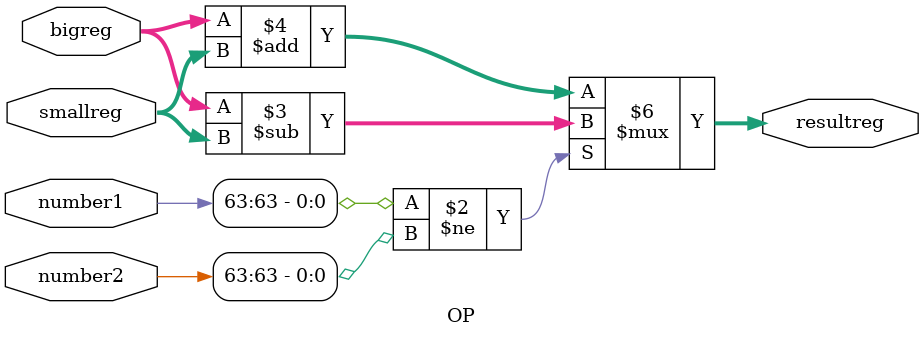
<source format=v>
module OP(resultreg,bigreg,smallreg,number1,number2);

input [53:0] bigreg,smallreg;
input [63:0] number1,number2;
output reg [53:0] resultreg;

always@(bigreg,smallreg,number1,number2)
begin	
	if (number1[63] != number2[63]) 
		resultreg = bigreg - smallreg;
	else 
		resultreg = bigreg + smallreg;
end		
endmodule
</source>
